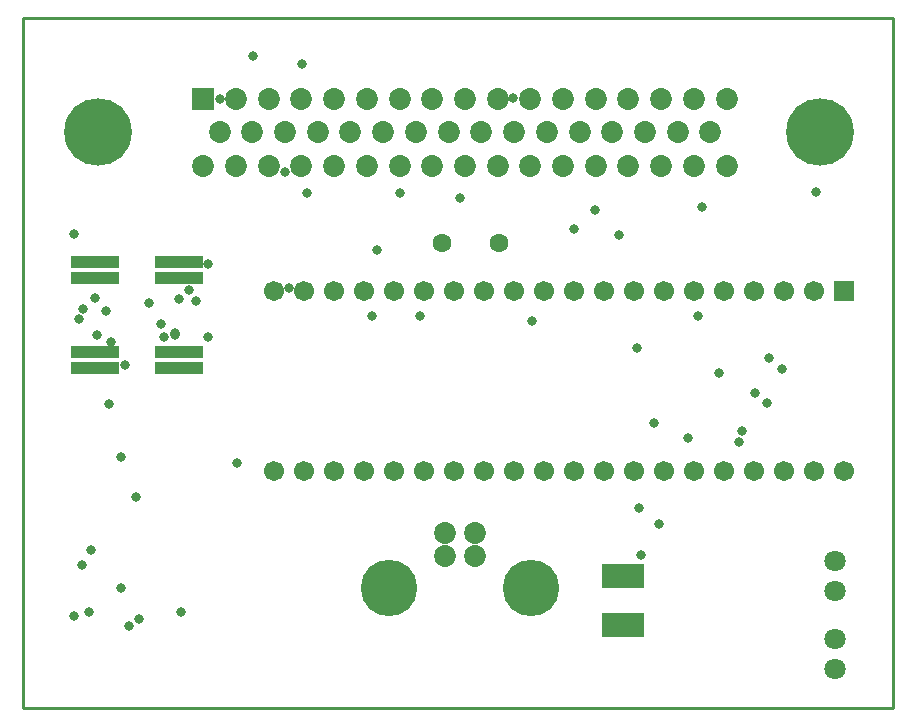
<source format=gts>
%FSLAX23Y23*%
%MOIN*%
G70*
G01*
G75*
%ADD10R,0.012X0.031*%
%ADD11R,0.134X0.071*%
%ADD12C,0.008*%
%ADD13C,0.008*%
%ADD14C,0.012*%
%ADD15C,0.010*%
%ADD16C,0.063*%
%ADD17C,0.055*%
%ADD18C,0.180*%
%ADD19C,0.065*%
%ADD20R,0.059X0.059*%
%ADD21C,0.059*%
%ADD22R,0.065X0.065*%
%ADD23C,0.217*%
%ADD24C,0.025*%
%ADD25R,0.024X0.087*%
%ADD26R,0.035X0.028*%
%ADD27R,0.065X0.012*%
%ADD28R,0.028X0.035*%
%ADD29C,0.008*%
%ADD30C,0.007*%
%ADD31C,0.009*%
%ADD32R,0.008X0.020*%
%ADD33R,0.008X0.020*%
%ADD34C,0.010*%
%ADD35R,0.020X0.039*%
%ADD36R,0.142X0.079*%
%ADD37C,0.071*%
%ADD38C,0.063*%
%ADD39C,0.188*%
%ADD40C,0.073*%
%ADD41R,0.067X0.067*%
%ADD42C,0.067*%
%ADD43R,0.073X0.073*%
%ADD44C,0.225*%
%ADD45C,0.033*%
D15*
Y2300D02*
X2900D01*
Y0D02*
Y2300D01*
X0Y0D02*
X2900D01*
X0D02*
Y2300D01*
D35*
X588Y1134D02*
D03*
Y1186D02*
D03*
X568Y1134D02*
D03*
Y1186D02*
D03*
X548Y1134D02*
D03*
Y1186D02*
D03*
X529Y1134D02*
D03*
Y1186D02*
D03*
X509Y1134D02*
D03*
Y1186D02*
D03*
X489Y1134D02*
D03*
Y1186D02*
D03*
X470Y1134D02*
D03*
Y1186D02*
D03*
X450Y1134D02*
D03*
Y1186D02*
D03*
Y1486D02*
D03*
Y1434D02*
D03*
X470Y1486D02*
D03*
Y1434D02*
D03*
X489Y1486D02*
D03*
Y1434D02*
D03*
X509Y1486D02*
D03*
Y1434D02*
D03*
X529Y1486D02*
D03*
Y1434D02*
D03*
X548Y1486D02*
D03*
Y1434D02*
D03*
X568Y1486D02*
D03*
Y1434D02*
D03*
X588Y1486D02*
D03*
Y1434D02*
D03*
X170Y1186D02*
D03*
Y1134D02*
D03*
X190Y1186D02*
D03*
Y1134D02*
D03*
X209Y1186D02*
D03*
Y1134D02*
D03*
X229Y1186D02*
D03*
Y1134D02*
D03*
X249Y1186D02*
D03*
Y1134D02*
D03*
X268Y1186D02*
D03*
Y1134D02*
D03*
X288Y1186D02*
D03*
Y1134D02*
D03*
X308Y1186D02*
D03*
Y1134D02*
D03*
Y1434D02*
D03*
Y1486D02*
D03*
X288Y1434D02*
D03*
Y1486D02*
D03*
X268Y1434D02*
D03*
Y1486D02*
D03*
X249Y1434D02*
D03*
Y1486D02*
D03*
X229Y1434D02*
D03*
Y1486D02*
D03*
X209Y1434D02*
D03*
Y1486D02*
D03*
X190Y1434D02*
D03*
Y1486D02*
D03*
X170Y1434D02*
D03*
Y1486D02*
D03*
D36*
X2000Y278D02*
D03*
Y442D02*
D03*
D37*
X2707Y132D02*
D03*
Y232D02*
D03*
Y390D02*
D03*
Y490D02*
D03*
D38*
X1394Y1550D02*
D03*
X1586D02*
D03*
D39*
X1218Y400D02*
D03*
X1692D02*
D03*
D40*
X1406Y507D02*
D03*
Y585D02*
D03*
X1504D02*
D03*
X1504Y507D02*
D03*
X709Y2032D02*
D03*
X2344Y1808D02*
D03*
X2235D02*
D03*
X818Y2032D02*
D03*
X927D02*
D03*
X2126Y1808D02*
D03*
X2017D02*
D03*
X1036Y2032D02*
D03*
X1145D02*
D03*
X1908Y1808D02*
D03*
X1799D02*
D03*
X1254Y2032D02*
D03*
X1363D02*
D03*
X1690Y1808D02*
D03*
X1581D02*
D03*
X1472Y2032D02*
D03*
X1581D02*
D03*
X1472Y1808D02*
D03*
X1363D02*
D03*
X1690Y2032D02*
D03*
X1799D02*
D03*
X1254Y1808D02*
D03*
X1145D02*
D03*
X1908Y2032D02*
D03*
X2017D02*
D03*
X1036Y1808D02*
D03*
X927D02*
D03*
X2126Y2032D02*
D03*
X2235D02*
D03*
X818Y1808D02*
D03*
X709D02*
D03*
X2344Y2032D02*
D03*
X655Y1920D02*
D03*
X600Y1808D02*
D03*
X2289Y1920D02*
D03*
X763D02*
D03*
X873D02*
D03*
X2181D02*
D03*
X2072D02*
D03*
X982D02*
D03*
X1090D02*
D03*
X1962D02*
D03*
X1854D02*
D03*
X1199D02*
D03*
X1309D02*
D03*
X1745D02*
D03*
X1635D02*
D03*
X1418D02*
D03*
X1526D02*
D03*
D41*
X2735Y1391D02*
D03*
D42*
X2635D02*
D03*
X2535D02*
D03*
X2435D02*
D03*
X2335D02*
D03*
X2235D02*
D03*
X2135D02*
D03*
X2035D02*
D03*
X1935D02*
D03*
X1835D02*
D03*
X1735D02*
D03*
X1635D02*
D03*
X1535D02*
D03*
X1435D02*
D03*
X1335D02*
D03*
X1235D02*
D03*
X1135D02*
D03*
X1035D02*
D03*
X935D02*
D03*
X835D02*
D03*
X2735Y791D02*
D03*
X2635D02*
D03*
X2535D02*
D03*
X2435D02*
D03*
X2335D02*
D03*
X2235D02*
D03*
X2135D02*
D03*
X2035D02*
D03*
X1935D02*
D03*
X1835D02*
D03*
X1735D02*
D03*
X1635D02*
D03*
X1535D02*
D03*
X1435D02*
D03*
X1335D02*
D03*
X1235D02*
D03*
X1135D02*
D03*
X1035D02*
D03*
X935D02*
D03*
X835D02*
D03*
D43*
X600Y2032D02*
D03*
D44*
X249Y1920D02*
D03*
X2655D02*
D03*
D45*
X195Y476D02*
D03*
X2385Y888D02*
D03*
X2103Y949D02*
D03*
X2396Y923D02*
D03*
X1834Y1597D02*
D03*
X2440Y1052D02*
D03*
X2484Y1167D02*
D03*
X1695Y1290D02*
D03*
X2530Y1130D02*
D03*
X2119Y615D02*
D03*
X339Y1145D02*
D03*
X198Y1329D02*
D03*
X385Y296D02*
D03*
X168Y306D02*
D03*
X184Y1297D02*
D03*
X353Y273D02*
D03*
X574Y1357D02*
D03*
X551Y1393D02*
D03*
X520Y1363D02*
D03*
X505Y1245D02*
D03*
Y1250D02*
D03*
X470Y1237D02*
D03*
X1162Y1307D02*
D03*
X2046Y1200D02*
D03*
X376Y704D02*
D03*
X711Y817D02*
D03*
X1632Y2035D02*
D03*
X655Y2032D02*
D03*
X885Y1401D02*
D03*
X1322Y1308D02*
D03*
X1904Y1660D02*
D03*
X1178Y1527D02*
D03*
X2051Y668D02*
D03*
X325Y837D02*
D03*
X1984Y1578D02*
D03*
X2318Y1116D02*
D03*
X170Y1581D02*
D03*
X766Y2173D02*
D03*
X929Y2148D02*
D03*
X1254Y1716D02*
D03*
X945D02*
D03*
X873Y1788D02*
D03*
X2641Y1721D02*
D03*
X616Y1238D02*
D03*
X525Y320D02*
D03*
X218D02*
D03*
X238Y1367D02*
D03*
X291Y1220D02*
D03*
X2479Y1016D02*
D03*
X617Y1480D02*
D03*
X1456Y1700D02*
D03*
X459Y1280D02*
D03*
X418Y1352D02*
D03*
X226Y528D02*
D03*
X286Y1015D02*
D03*
X2217Y900D02*
D03*
X2249Y1307D02*
D03*
X2058Y511D02*
D03*
X325Y400D02*
D03*
X275Y1323D02*
D03*
X246Y1244D02*
D03*
X2262Y1672D02*
D03*
M02*

</source>
